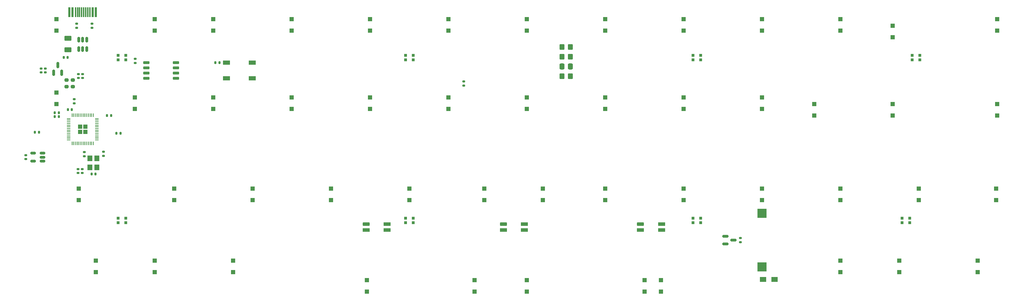
<source format=gbr>
%TF.GenerationSoftware,KiCad,Pcbnew,(6.0.11)*%
%TF.CreationDate,2023-03-04T15:51:16+01:00*%
%TF.ProjectId,alpha-curISO_routingv6,616c7068-612d-4637-9572-49534f5f726f,rev?*%
%TF.SameCoordinates,Original*%
%TF.FileFunction,Paste,Bot*%
%TF.FilePolarity,Positive*%
%FSLAX46Y46*%
G04 Gerber Fmt 4.6, Leading zero omitted, Abs format (unit mm)*
G04 Created by KiCad (PCBNEW (6.0.11)) date 2023-03-04 15:51:16*
%MOMM*%
%LPD*%
G01*
G04 APERTURE LIST*
G04 Aperture macros list*
%AMRoundRect*
0 Rectangle with rounded corners*
0 $1 Rounding radius*
0 $2 $3 $4 $5 $6 $7 $8 $9 X,Y pos of 4 corners*
0 Add a 4 corners polygon primitive as box body*
4,1,4,$2,$3,$4,$5,$6,$7,$8,$9,$2,$3,0*
0 Add four circle primitives for the rounded corners*
1,1,$1+$1,$2,$3*
1,1,$1+$1,$4,$5*
1,1,$1+$1,$6,$7*
1,1,$1+$1,$8,$9*
0 Add four rect primitives between the rounded corners*
20,1,$1+$1,$2,$3,$4,$5,0*
20,1,$1+$1,$4,$5,$6,$7,0*
20,1,$1+$1,$6,$7,$8,$9,0*
20,1,$1+$1,$8,$9,$2,$3,0*%
G04 Aperture macros list end*
%ADD10R,1.600000X1.200000*%
%ADD11R,1.100000X1.100000*%
%ADD12R,1.700000X1.000000*%
%ADD13R,1.700000X0.820000*%
%ADD14RoundRect,0.205000X0.645000X0.205000X-0.645000X0.205000X-0.645000X-0.205000X0.645000X-0.205000X0*%
%ADD15RoundRect,0.135000X0.185000X-0.135000X0.185000X0.135000X-0.185000X0.135000X-0.185000X-0.135000X0*%
%ADD16R,0.700000X0.700000*%
%ADD17RoundRect,0.140000X-0.170000X0.140000X-0.170000X-0.140000X0.170000X-0.140000X0.170000X0.140000X0*%
%ADD18RoundRect,0.140000X0.170000X-0.140000X0.170000X0.140000X-0.170000X0.140000X-0.170000X-0.140000X0*%
%ADD19RoundRect,0.250000X-0.350000X-0.450000X0.350000X-0.450000X0.350000X0.450000X-0.350000X0.450000X0*%
%ADD20RoundRect,0.140000X0.140000X0.170000X-0.140000X0.170000X-0.140000X-0.170000X0.140000X-0.170000X0*%
%ADD21RoundRect,0.250000X0.337500X0.475000X-0.337500X0.475000X-0.337500X-0.475000X0.337500X-0.475000X0*%
%ADD22R,2.300000X2.300000*%
%ADD23RoundRect,0.150000X0.512500X0.150000X-0.512500X0.150000X-0.512500X-0.150000X0.512500X-0.150000X0*%
%ADD24RoundRect,0.135000X-0.185000X0.135000X-0.185000X-0.135000X0.185000X-0.135000X0.185000X0.135000X0*%
%ADD25RoundRect,0.150000X-0.587500X-0.150000X0.587500X-0.150000X0.587500X0.150000X-0.587500X0.150000X0*%
%ADD26R,1.200000X1.400000*%
%ADD27RoundRect,0.150000X0.150000X-0.587500X0.150000X0.587500X-0.150000X0.587500X-0.150000X-0.587500X0*%
%ADD28RoundRect,0.140000X-0.140000X-0.170000X0.140000X-0.170000X0.140000X0.170000X-0.140000X0.170000X0*%
%ADD29RoundRect,0.200000X-0.275000X0.200000X-0.275000X-0.200000X0.275000X-0.200000X0.275000X0.200000X0*%
%ADD30RoundRect,0.135000X0.135000X0.185000X-0.135000X0.185000X-0.135000X-0.185000X0.135000X-0.185000X0*%
%ADD31RoundRect,0.150000X0.650000X0.150000X-0.650000X0.150000X-0.650000X-0.150000X0.650000X-0.150000X0*%
%ADD32RoundRect,0.150000X0.150000X-0.512500X0.150000X0.512500X-0.150000X0.512500X-0.150000X-0.512500X0*%
%ADD33RoundRect,0.250000X-0.625000X0.375000X-0.625000X-0.375000X0.625000X-0.375000X0.625000X0.375000X0*%
%ADD34R,0.600000X2.450000*%
%ADD35R,0.300000X2.450000*%
%ADD36RoundRect,0.250000X0.292217X0.292217X-0.292217X0.292217X-0.292217X-0.292217X0.292217X-0.292217X0*%
%ADD37RoundRect,0.050000X0.387500X0.050000X-0.387500X0.050000X-0.387500X-0.050000X0.387500X-0.050000X0*%
%ADD38RoundRect,0.050000X0.050000X0.387500X-0.050000X0.387500X-0.050000X-0.387500X0.050000X-0.387500X0*%
%ADD39RoundRect,0.250000X0.350000X0.450000X-0.350000X0.450000X-0.350000X-0.450000X0.350000X-0.450000X0*%
G04 APERTURE END LIST*
D10*
%TO.C,R8*%
X208150000Y-120650000D03*
X210950000Y-120650000D03*
%TD*%
D11*
%TO.C,D32*%
X188912500Y-79187500D03*
X188912500Y-76387500D03*
%TD*%
D12*
%TO.C,SW27*%
X84112500Y-71750000D03*
X77812500Y-71750000D03*
X84112500Y-67950000D03*
X77812500Y-67950000D03*
%TD*%
D13*
%TO.C,LED2*%
X150187500Y-108700000D03*
X150187500Y-107200000D03*
D14*
X145087500Y-107200000D03*
D13*
X145087500Y-108700000D03*
%TD*%
D11*
%TO.C,D2*%
X36512500Y-77981000D03*
X36512500Y-75181000D03*
%TD*%
D15*
%TO.C,R7*%
X43230800Y-90680000D03*
X43230800Y-89660000D03*
%TD*%
D16*
%TO.C,LED8*%
X193002500Y-105812500D03*
X193002500Y-106912500D03*
X191172500Y-106912500D03*
X191172500Y-105812500D03*
%TD*%
D11*
%TO.C,D11*%
X84137500Y-101412500D03*
X84137500Y-98612500D03*
%TD*%
D17*
%TO.C,C2*%
X47904400Y-89639200D03*
X47904400Y-90599200D03*
%TD*%
D11*
%TO.C,D9*%
X74612500Y-60137500D03*
X74612500Y-57337500D03*
%TD*%
%TO.C,D50*%
X154686000Y-101349000D03*
X154686000Y-98549000D03*
%TD*%
%TO.C,D7*%
X65087500Y-101412500D03*
X65087500Y-98612500D03*
%TD*%
D18*
%TO.C,C10*%
X40792400Y-77823000D03*
X40792400Y-76863000D03*
%TD*%
D17*
%TO.C,C14*%
X41706800Y-93855600D03*
X41706800Y-94815600D03*
%TD*%
D11*
%TO.C,D24*%
X150812500Y-123637500D03*
X150812500Y-120837500D03*
%TD*%
D19*
%TO.C,UR1*%
X159337500Y-66516250D03*
X161337500Y-66516250D03*
%TD*%
D11*
%TO.C,D42*%
X239712500Y-61725000D03*
X239712500Y-58925000D03*
%TD*%
%TO.C,D44*%
X246062500Y-101412500D03*
X246062500Y-98612500D03*
%TD*%
%TO.C,D5*%
X60325000Y-60137500D03*
X60325000Y-57337500D03*
%TD*%
%TO.C,D23*%
X138112500Y-123637500D03*
X138112500Y-120837500D03*
%TD*%
%TO.C,D49*%
X260350000Y-118875000D03*
X260350000Y-116075000D03*
%TD*%
D20*
%TO.C,C1*%
X46003085Y-94996000D03*
X45043085Y-94996000D03*
%TD*%
D11*
%TO.C,D25*%
X150812500Y-60137500D03*
X150812500Y-57337500D03*
%TD*%
D18*
%TO.C,C5*%
X32764129Y-70306555D03*
X32764129Y-69346555D03*
%TD*%
D11*
%TO.C,D13*%
X93662500Y-60137500D03*
X93662500Y-57337500D03*
%TD*%
%TO.C,D39*%
X220662500Y-80775000D03*
X220662500Y-77975000D03*
%TD*%
D21*
%TO.C,C18*%
X161375000Y-68897500D03*
X159300000Y-68897500D03*
%TD*%
D18*
%TO.C,C19*%
X29006800Y-91412000D03*
X29006800Y-90452000D03*
%TD*%
D11*
%TO.C,D19*%
X111918750Y-123637500D03*
X111918750Y-120837500D03*
%TD*%
D16*
%TO.C,LED4*%
X121322500Y-67225000D03*
X121322500Y-66125000D03*
X123152500Y-66125000D03*
X123152500Y-67225000D03*
%TD*%
D22*
%TO.C,LS2*%
X207962500Y-104625000D03*
X207962500Y-117625000D03*
%TD*%
D23*
%TO.C,U5*%
X33090700Y-89982000D03*
X33090700Y-90932000D03*
X33090700Y-91882000D03*
X30815700Y-91882000D03*
X30815700Y-89982000D03*
%TD*%
D24*
%TO.C,R9*%
X202692000Y-110615000D03*
X202692000Y-111635000D03*
%TD*%
D25*
%TO.C,Q1*%
X199087500Y-112075000D03*
X199087500Y-110175000D03*
X200962500Y-111125000D03*
%TD*%
D26*
%TO.C,Y1*%
X44629600Y-93439736D03*
X44629600Y-91239736D03*
X46329600Y-91239736D03*
X46329600Y-93439736D03*
%TD*%
D27*
%TO.C,U3*%
X37734952Y-70381444D03*
X35834952Y-70381444D03*
X36784952Y-68506444D03*
%TD*%
D20*
%TO.C,C16*%
X37056000Y-80086386D03*
X36096000Y-80086386D03*
%TD*%
D11*
%TO.C,D46*%
X265112500Y-60137500D03*
X265112500Y-57337500D03*
%TD*%
%TO.C,D21*%
X131762500Y-79187500D03*
X131762500Y-76387500D03*
%TD*%
D28*
%TO.C,C13*%
X51082000Y-85090000D03*
X52042000Y-85090000D03*
%TD*%
D11*
%TO.C,D48*%
X264795000Y-101349000D03*
X264795000Y-98549000D03*
%TD*%
%TO.C,D40*%
X227012500Y-101412500D03*
X227012500Y-98612500D03*
%TD*%
%TO.C,D35*%
X207962500Y-60137500D03*
X207962500Y-57337500D03*
%TD*%
D16*
%TO.C,LED6*%
X244449000Y-67225000D03*
X244449000Y-66125000D03*
X246279000Y-66125000D03*
X246279000Y-67225000D03*
%TD*%
D11*
%TO.C,D26*%
X150812500Y-79187500D03*
X150812500Y-76387500D03*
%TD*%
D24*
%TO.C,R3*%
X135450520Y-72515000D03*
X135450520Y-73535000D03*
%TD*%
D11*
%TO.C,D22*%
X140462000Y-101412500D03*
X140462000Y-98612500D03*
%TD*%
%TO.C,D14*%
X93662500Y-79187500D03*
X93662500Y-76387500D03*
%TD*%
D13*
%TO.C,LED3*%
X183525000Y-108700000D03*
X183525000Y-107200000D03*
D14*
X178425000Y-107200000D03*
D13*
X178425000Y-108700000D03*
%TD*%
D19*
%TO.C,UR2*%
X159337500Y-64135000D03*
X161337500Y-64135000D03*
%TD*%
D20*
%TO.C,C7*%
X40231000Y-79375000D03*
X39271000Y-79375000D03*
%TD*%
D18*
%TO.C,C15*%
X41783000Y-71677500D03*
X41783000Y-70717500D03*
%TD*%
D29*
%TO.C,R2*%
X38957250Y-72168750D03*
X38957250Y-73818750D03*
%TD*%
D30*
%TO.C,R6*%
X76107999Y-67952227D03*
X75087999Y-67952227D03*
%TD*%
D11*
%TO.C,D36*%
X207962500Y-79187500D03*
X207962500Y-76387500D03*
%TD*%
%TO.C,D6*%
X55562500Y-79187500D03*
X55562500Y-76387500D03*
%TD*%
D31*
%TO.C,U2*%
X65512500Y-67945000D03*
X65512500Y-69215000D03*
X65512500Y-70485000D03*
X65512500Y-71755000D03*
X58312500Y-71755000D03*
X58312500Y-70485000D03*
X58312500Y-69215000D03*
X58312500Y-67945000D03*
%TD*%
D18*
%TO.C,C3*%
X55626000Y-67980500D03*
X55626000Y-67020500D03*
%TD*%
D20*
%TO.C,C8*%
X37056000Y-81026000D03*
X36096000Y-81026000D03*
%TD*%
D11*
%TO.C,D37*%
X207962500Y-101412500D03*
X207962500Y-98612500D03*
%TD*%
%TO.C,D38*%
X227012500Y-60137500D03*
X227012500Y-57337500D03*
%TD*%
D29*
%TO.C,R1*%
X40481250Y-72168750D03*
X40481250Y-73818750D03*
%TD*%
D11*
%TO.C,D31*%
X188912500Y-60137500D03*
X188912500Y-57337500D03*
%TD*%
%TO.C,D47*%
X265112500Y-80775000D03*
X265112500Y-77975000D03*
%TD*%
D17*
%TO.C,C9*%
X42722800Y-93855600D03*
X42722800Y-94815600D03*
%TD*%
D11*
%TO.C,D20*%
X131762500Y-60137500D03*
X131762500Y-57337500D03*
%TD*%
D32*
%TO.C,U4*%
X43812500Y-64637500D03*
X42862500Y-64637500D03*
X41912500Y-64637500D03*
X41912500Y-62362500D03*
X42862500Y-62362500D03*
X43812500Y-62362500D03*
%TD*%
D33*
%TO.C,F1*%
X39243000Y-61973000D03*
X39243000Y-64773000D03*
%TD*%
D18*
%TO.C,C6*%
X33780128Y-70306555D03*
X33780128Y-69346555D03*
%TD*%
D11*
%TO.C,D17*%
X112712500Y-79187500D03*
X112712500Y-76387500D03*
%TD*%
D20*
%TO.C,C4*%
X39215000Y-66675000D03*
X38255000Y-66675000D03*
%TD*%
D16*
%TO.C,LED5*%
X191172500Y-67225000D03*
X191172500Y-66125000D03*
X193002500Y-66125000D03*
X193002500Y-67225000D03*
%TD*%
D11*
%TO.C,D29*%
X169862500Y-101412500D03*
X169862500Y-98612500D03*
%TD*%
%TO.C,D8*%
X60325000Y-118875000D03*
X60325000Y-116075000D03*
%TD*%
D16*
%TO.C,LED9*%
X123152500Y-105812500D03*
X123152500Y-106912500D03*
X121322500Y-106912500D03*
X121322500Y-105812500D03*
%TD*%
D24*
%TO.C,R4*%
X41402000Y-58418000D03*
X41402000Y-59438000D03*
%TD*%
D34*
%TO.C,USB1*%
X39637500Y-55631838D03*
X40412500Y-55631838D03*
D35*
X41112500Y-55631838D03*
X41612500Y-55631838D03*
X42112500Y-55631838D03*
X42612500Y-55631838D03*
X43112500Y-55631838D03*
X43612500Y-55631838D03*
X44112500Y-55631838D03*
X44612500Y-55631838D03*
D34*
X45312500Y-55631838D03*
X46087500Y-55631838D03*
%TD*%
D11*
%TO.C,D41*%
X227012500Y-118875000D03*
X227012500Y-116075000D03*
%TD*%
%TO.C,D3*%
X41910000Y-101349000D03*
X41910000Y-98549000D03*
%TD*%
D24*
%TO.C,R5*%
X45085000Y-58418000D03*
X45085000Y-59438000D03*
%TD*%
D16*
%TO.C,LED10*%
X53302500Y-105812500D03*
X53302500Y-106912500D03*
X51472500Y-106912500D03*
X51472500Y-105812500D03*
%TD*%
D13*
%TO.C,LED1*%
X116850000Y-108700000D03*
X116850000Y-107200000D03*
D14*
X111750000Y-107200000D03*
D13*
X111750000Y-108700000D03*
%TD*%
D11*
%TO.C,D4*%
X46037500Y-118875000D03*
X46037500Y-116075000D03*
%TD*%
%TO.C,D1*%
X36512500Y-60137500D03*
X36512500Y-57337500D03*
%TD*%
D16*
%TO.C,LED7*%
X243802500Y-105812500D03*
X243802500Y-106912500D03*
X241972500Y-106912500D03*
X241972500Y-105812500D03*
%TD*%
D11*
%TO.C,D34*%
X183388000Y-123637500D03*
X183388000Y-120837500D03*
%TD*%
D20*
%TO.C,C11*%
X32230000Y-84836000D03*
X31270000Y-84836000D03*
%TD*%
D11*
%TO.C,D30*%
X179387500Y-123637500D03*
X179387500Y-120837500D03*
%TD*%
D18*
%TO.C,C12*%
X42799000Y-71677500D03*
X42799000Y-70717500D03*
%TD*%
D11*
%TO.C,D18*%
X122237500Y-101412500D03*
X122237500Y-98612500D03*
%TD*%
%TO.C,D45*%
X241300000Y-118875000D03*
X241300000Y-116075000D03*
%TD*%
%TO.C,D33*%
X188912500Y-101412500D03*
X188912500Y-98612500D03*
%TD*%
%TO.C,D10*%
X74612500Y-79187500D03*
X74612500Y-76387500D03*
%TD*%
%TO.C,D27*%
X169862500Y-60137500D03*
X169862500Y-57337500D03*
%TD*%
%TO.C,D12*%
X79375000Y-118875000D03*
X79375000Y-116075000D03*
%TD*%
%TO.C,D15*%
X103187500Y-101412500D03*
X103187500Y-98612500D03*
%TD*%
D36*
%TO.C,U1*%
X42225000Y-84776414D03*
X42225000Y-83501414D03*
X43500000Y-83501414D03*
X43500000Y-84776414D03*
D37*
X46300000Y-81538914D03*
X46300000Y-81938914D03*
X46300000Y-82338914D03*
X46300000Y-82738914D03*
X46300000Y-83138914D03*
X46300000Y-83538914D03*
X46300000Y-83938914D03*
X46300000Y-84338914D03*
X46300000Y-84738914D03*
X46300000Y-85138914D03*
X46300000Y-85538914D03*
X46300000Y-85938914D03*
X46300000Y-86338914D03*
X46300000Y-86738914D03*
D38*
X45462500Y-87576414D03*
X45062500Y-87576414D03*
X44662500Y-87576414D03*
X44262500Y-87576414D03*
X43862500Y-87576414D03*
X43462500Y-87576414D03*
X43062500Y-87576414D03*
X42662500Y-87576414D03*
X42262500Y-87576414D03*
X41862500Y-87576414D03*
X41462500Y-87576414D03*
X41062500Y-87576414D03*
X40662500Y-87576414D03*
X40262500Y-87576414D03*
D37*
X39425000Y-86738914D03*
X39425000Y-86338914D03*
X39425000Y-85938914D03*
X39425000Y-85538914D03*
X39425000Y-85138914D03*
X39425000Y-84738914D03*
X39425000Y-84338914D03*
X39425000Y-83938914D03*
X39425000Y-83538914D03*
X39425000Y-83138914D03*
X39425000Y-82738914D03*
X39425000Y-82338914D03*
X39425000Y-81938914D03*
X39425000Y-81538914D03*
D38*
X40262500Y-80701414D03*
X40662500Y-80701414D03*
X41062500Y-80701414D03*
X41462500Y-80701414D03*
X41862500Y-80701414D03*
X42262500Y-80701414D03*
X42662500Y-80701414D03*
X43062500Y-80701414D03*
X43462500Y-80701414D03*
X43862500Y-80701414D03*
X44262500Y-80701414D03*
X44662500Y-80701414D03*
X45062500Y-80701414D03*
X45462500Y-80701414D03*
%TD*%
D11*
%TO.C,D16*%
X112712500Y-60137500D03*
X112712500Y-57337500D03*
%TD*%
%TO.C,D28*%
X169862500Y-79187500D03*
X169862500Y-76387500D03*
%TD*%
%TO.C,D43*%
X239712500Y-80775000D03*
X239712500Y-77975000D03*
%TD*%
D39*
%TO.C,UR3*%
X161337500Y-71278750D03*
X159337500Y-71278750D03*
%TD*%
D16*
%TO.C,LED11*%
X51472500Y-67225000D03*
X51472500Y-66125000D03*
X53302500Y-66125000D03*
X53302500Y-67225000D03*
%TD*%
D28*
%TO.C,C17*%
X48796000Y-80772000D03*
X49756000Y-80772000D03*
%TD*%
M02*

</source>
